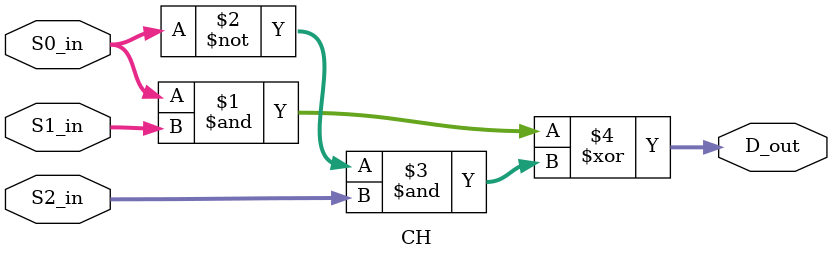
<source format=v>
module CH(
    input wire [31:0] 	S0_in,
    input wire [31:0] 	S1_in,
    input wire [31:0] 	S2_in,
    output wire [31:0] 	D_out
    );
     	
    // Error: Missing negation of S0_in in second term
    // assign D_out = ((S0_in) & (S1_in)) ^ ((S0_in) & (S2_in)); 
    
    // Fixed:
    assign D_out = ((S0_in) & (S1_in)) ^ ((~S0_in) & (S2_in)); 
    
endmodule
</source>
